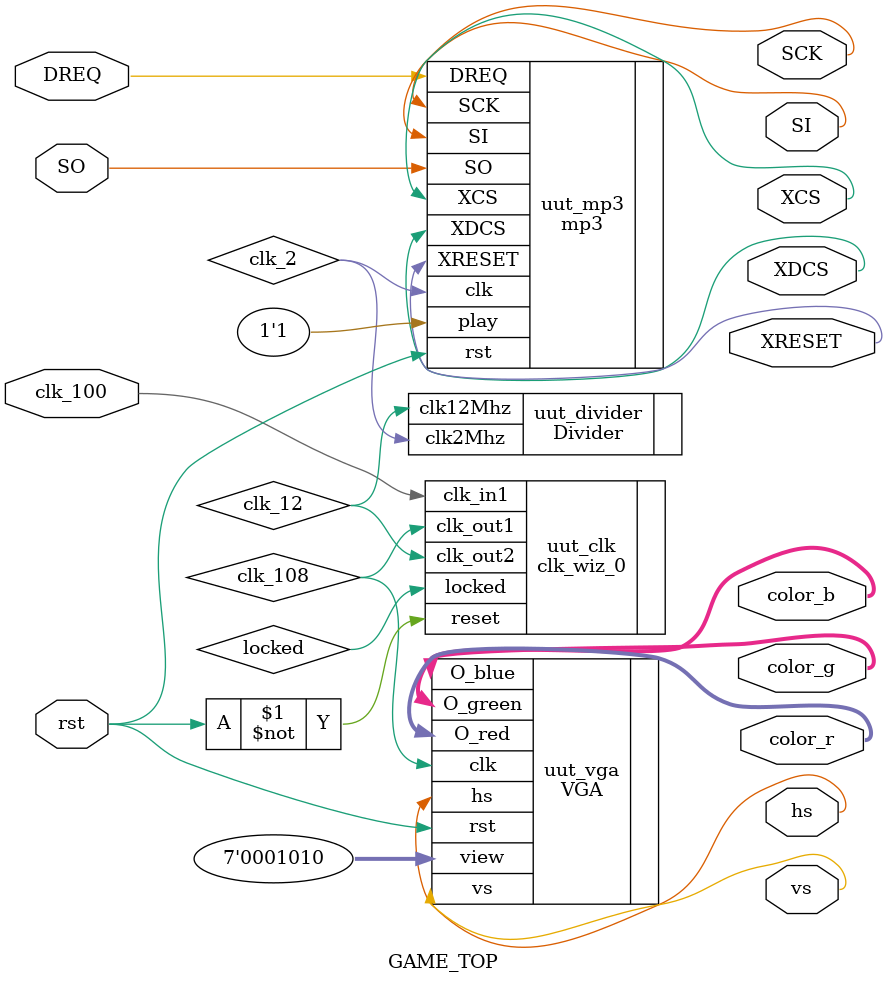
<source format=v>
`timescale 1ns / 1ns


module GAME_TOP(
    input   clk_100,               //100Mhz
    input   rst,                    //¸´Î»
    
    output [3:0]    color_r,    //R
    output [3:0]    color_g,    //G
    output [3:0]    color_b,    //B
    output              hs,         //ÐÐÍ¬²½
    output              vs,         //³¡Í¬²½
    
    //MP3
    input       SO,             //´«³ö
    input       DREQ,           //Êý¾ÝÇëÇó£¬¸ßµçÆ½Ê±¿É´«ÊäÊý¾Ý
    output      XCS,            //SCI ´«Êä¶ÁÐ´Ö¸Áî
    output      XDCS,           //SDI ´«ÊäÊý¾Ý
    output      SCK,            //Ê±ÖÓ
    output      SI,             //´«Èëmp3
    output      XRESET          //Ó²¼þ¸´Î»£¬µÍµçÆ½ÓÐÐ§
    );
    
    //Ê±ÖÓ
    wire clk_108, clk_12, locked;
    
    clk_wiz_0 uut_clk(
        .reset(~rst),
        .locked(locked),
        .clk_in1(clk_100),
        .clk_out1(clk_108),
        .clk_out2(clk_12)
    );
    
    VGA uut_vga(
        .clk(clk_108),
        .rst(rst),
        .view(7'd10),
        .O_red(color_r),
        .O_green(color_g),
        .O_blue(color_b),
        .hs(hs),
        .vs(vs)
    );
    
    Divider uut_divider(
        .clk12Mhz(clk_12),
        .clk2Mhz(clk_2)
    );
    
    mp3 uut_mp3(
        .clk(clk_2),
        .rst(rst),
        .play(1'd1),
        .SO(SO),
        .DREQ(DREQ),
        .XCS(XCS),
        .XDCS(XDCS),
        .SCK(SCK),
        .SI(SI),
        .XRESET(XRESET)
    );
    
endmodule

</source>
